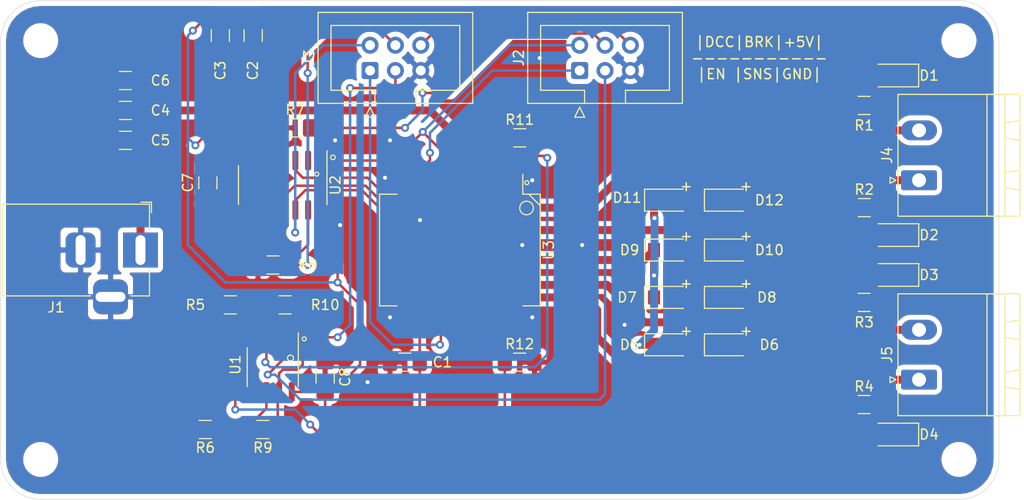
<source format=kicad_pcb>
(kicad_pcb (version 20171130) (host pcbnew 5.1.6-c6e7f7d~86~ubuntu20.04.1)
  (layers (0 F.Cu signal) (31 B.Cu signal) (34 B.Paste user) (35 F.Paste user) (36 B.SilkS user) (37 F.SilkS user) (38 B.Mask user) (39 F.Mask user) (44 Edge.Cuts user))
  (net 0 "")
  (net 1 GND)
  (net 2 +5V)
  (net 3 /BoosModule/V_DCC)
  (net 4 "Net-(D1-Pad2)")
  (net 5 "Net-(D2-Pad2)")
  (net 6 "Net-(D3-Pad2)")
  (net 7 "Net-(D4-Pad2)")
  (net 8 /BoosModule/Brake_A)
  (net 9 /BoosModule/DCC_A)
  (net 10 /BoosModule/Sns_A)
  (net 11 /BoosModule/en_A)
  (net 12 /BoosModule/Brake_B)
  (net 13 /BoosModule/DCC_B)
  (net 14 /BoosModule/Sns_B)
  (net 15 /BoosModule/en_B)
  (net 16 /BoosModule/Out_A_J)
  (net 17 /BoosModule/Out_A_K)
  (net 18 /BoosModule/Out_B_K)
  (net 19 /BoosModule/Out_B_J)
  (net 20 "Net-(R10-Pad2)")
  (net 21 "Net-(R6-Pad1)")
  (net 22 /BoosModule/snsA)
  (net 23 /BoosModule/snsB)
  (net 24 /BoosModule/dirB#)
  (net 25 "Net-(U2-Pad10)")
  (net 26 "Net-(U2-Pad4)")
  (net 27 /BoosModule/dirA#)
  (net 28 "Net-(U3-Pad18)")
  (net 29 "Net-(U3-Pad3)")
  (module Resistor_SMD:R_1206_3216Metric_Pad1.42x1.75mm_HandSolder (layer F.Cu) (at 129.5 62.75)
    (fp_text reference R7 (at 0 -1.82) (layer F.SilkS))
    (fp_text value 10K)
    (pad 2 smd roundrect (at 1.4875 0) (size 1.425 1.75) (layers F.Cu F.Paste F.Mask) (roundrect_rratio 0.175439) (net 8 /BoosModule/Brake_A))
    (pad 1 smd roundrect (at -1.4875 0) (size 1.425 1.75) (layers F.Cu F.Paste F.Mask) (roundrect_rratio 0.175439) (net 1 GND))
  )
  (module Capacitor_SMD:C_1206_3216Metric_Pad1.42x1.75mm_HandSolder (layer F.Cu) (at 132.5 87.7375 90)
    (fp_text reference C8 (at 0 2 90) (layer F.SilkS))
    (fp_text value 100nF)
    (pad 2 smd roundrect (at 1.4875 0 90) (size 1.425 1.75) (layers F.Cu F.Paste F.Mask) (roundrect_rratio 0.175439) (net 1 GND))
    (pad 1 smd roundrect (at -1.4875 0 90) (size 1.425 1.75) (layers F.Cu F.Paste F.Mask) (roundrect_rratio 0.175439) (net 2 +5V))
  )
  (module MountingHole:MountingHole_2.5mm (layer F.Cu) (at 196 96)
    (fp_text reference H4 hide)
    (fp_text value MountingHole)
    (pad 1 np_thru_hole circle (at 0 0) (size 2.5 2.5) (drill 2.5) (layers *.Cu *.Mask))
  )
  (module MountingHole:MountingHole_2.5mm (layer F.Cu) (at 196 54)
    (fp_text reference H3 hide)
    (fp_text value MountingHole)
    (pad 1 np_thru_hole circle (at 0 0) (size 2.5 2.5) (drill 2.5) (layers *.Cu *.Mask))
  )
  (module MountingHole:MountingHole_2.5mm (layer F.Cu) (at 104 54)
    (fp_text reference H2 hide)
    (fp_text value MountingHole)
    (pad 1 np_thru_hole circle (at 0 0) (size 2.5 2.5) (drill 2.5) (layers *.Cu *.Mask))
  )
  (module MountingHole:MountingHole_2.5mm (layer F.Cu) (at 104 96)
    (fp_text reference H1 hide)
    (fp_text value MountingHole)
    (pad 1 np_thru_hole circle (at 0 0) (size 2.5 2.5) (drill 2.5) (layers *.Cu *.Mask))
  )
  (module ArduinoDCC++:HSOP-20-1EP_11.0x15.9mm_P1.27mm_SlugUp (layer F.Cu) (at 146 75 270)
    (fp_text reference U3 (at 0 -8.9 90) (layer F.SilkS))
    (fp_text value L298P)
    (pad 20 smd rect (at 6.85 -5.715 270) (size 1.7 0.7) (layers F.Cu F.Paste F.Mask) (net 1 GND))
    (pad 19 smd rect (at 6.85 -4.445 270) (size 1.7 0.7) (layers F.Cu F.Paste F.Mask) (net 23 /BoosModule/snsB))
    (pad 18 smd rect (at 6.85 -3.175 270) (size 1.7 0.7) (layers F.Cu F.Paste F.Mask) (net 28 "Net-(U3-Pad18)"))
    (pad 17 smd rect (at 6.85 -1.905 270) (size 1.7 0.7) (layers F.Cu F.Paste F.Mask) (net 18 /BoosModule/Out_B_K))
    (pad 16 smd rect (at 6.85 -0.635 270) (size 1.7 0.7) (layers F.Cu F.Paste F.Mask) (net 19 /BoosModule/Out_B_J))
    (pad 15 smd rect (at 6.85 0.635 270) (size 1.7 0.7) (layers F.Cu F.Paste F.Mask) (net 24 /BoosModule/dirB#))
    (pad 14 smd rect (at 6.85 1.905 270) (size 1.7 0.7) (layers F.Cu F.Paste F.Mask) (net 15 /BoosModule/en_B))
    (pad 13 smd rect (at 6.85 3.175 270) (size 1.7 0.7) (layers F.Cu F.Paste F.Mask) (net 13 /BoosModule/DCC_B))
    (pad 12 smd rect (at 6.85 4.445 270) (size 1.7 0.7) (layers F.Cu F.Paste F.Mask) (net 2 +5V))
    (pad 11 smd rect (at 6.85 5.715 270) (size 1.7 0.7) (layers F.Cu F.Paste F.Mask) (net 1 GND))
    (pad 10 smd rect (at -6.85 5.715 270) (size 1.7 0.7) (layers F.Cu F.Paste F.Mask) (net 1 GND))
    (pad 9 smd rect (at -6.85 4.445 270) (size 1.7 0.7) (layers F.Cu F.Paste F.Mask) (net 27 /BoosModule/dirA#))
    (pad 8 smd rect (at -6.85 3.175 270) (size 1.7 0.7) (layers F.Cu F.Paste F.Mask) (net 11 /BoosModule/en_A))
    (pad 7 smd rect (at -6.85 1.905 270) (size 1.7 0.7) (layers F.Cu F.Paste F.Mask) (net 9 /BoosModule/DCC_A))
    (pad 6 smd rect (at -6.85 0.635 270) (size 1.7 0.7) (layers F.Cu F.Paste F.Mask) (net 3 /BoosModule/V_DCC))
    (pad 5 smd rect (at -6.85 -0.635 270) (size 1.7 0.7) (layers F.Cu F.Paste F.Mask) (net 17 /BoosModule/Out_A_K))
    (pad 4 smd rect (at -6.85 -1.905 270) (size 1.7 0.7) (layers F.Cu F.Paste F.Mask) (net 16 /BoosModule/Out_A_J))
    (pad 3 smd rect (at -6.85 -3.175 270) (size 1.7 0.7) (layers F.Cu F.Paste F.Mask) (net 29 "Net-(U3-Pad3)"))
    (pad 2 smd rect (at -6.85 -4.445 270) (size 1.7 0.7) (layers F.Cu F.Paste F.Mask) (net 22 /BoosModule/snsA))
    (pad 1 smd rect (at -6.85 -5.715 270) (size 1.7 0.7) (layers F.Cu F.Paste F.Mask) (net 1 GND))
  )
  (module ArduinoDCC++:SOIC-14_3.9x8.7mm_P1.27mm (layer F.Cu) (at 128.25 68.5 270)
    (fp_text reference U2 (at 0 -5.28 90) (layer F.SilkS))
    (fp_text value 4077)
    (pad 14 smd roundrect (at 2.475 -3.81 270) (size 1.95 0.6) (layers F.Cu F.Paste F.Mask) (net 2 +5V))
    (pad 13 smd roundrect (at 2.475 -2.54 270) (size 1.95 0.6) (layers F.Cu F.Paste F.Mask) (net 12 /BoosModule/Brake_B))
    (pad 12 smd roundrect (at 2.475 -1.27 270) (size 1.95 0.6) (layers F.Cu F.Paste F.Mask) (net 13 /BoosModule/DCC_B))
    (pad 11 smd roundrect (at 2.475 0 270) (size 1.95 0.6) (layers F.Cu F.Paste F.Mask) (net 24 /BoosModule/dirB#))
    (pad 10 smd roundrect (at 2.475 1.27 270) (size 1.95 0.6) (layers F.Cu F.Paste F.Mask) (net 25 "Net-(U2-Pad10)"))
    (pad 9 smd roundrect (at 2.475 2.54 270) (size 1.95 0.6) (layers F.Cu F.Paste F.Mask) (net 1 GND))
    (pad 8 smd roundrect (at 2.475 3.81 270) (size 1.95 0.6) (layers F.Cu F.Paste F.Mask) (net 1 GND))
    (pad 7 smd roundrect (at -2.475 3.81 270) (size 1.95 0.6) (layers F.Cu F.Paste F.Mask) (net 1 GND))
    (pad 6 smd roundrect (at -2.475 2.54 270) (size 1.95 0.6) (layers F.Cu F.Paste F.Mask) (net 2 +5V))
    (pad 5 smd roundrect (at -2.475 1.27 270) (size 1.95 0.6) (layers F.Cu F.Paste F.Mask) (net 2 +5V))
    (pad 4 smd roundrect (at -2.475 0 270) (size 1.95 0.6) (layers F.Cu F.Paste F.Mask) (net 26 "Net-(U2-Pad4)"))
    (pad 3 smd roundrect (at -2.475 -1.27 270) (size 1.95 0.6) (layers F.Cu F.Paste F.Mask) (net 27 /BoosModule/dirA#))
    (pad 2 smd roundrect (at -2.475 -2.54 270) (size 1.95 0.6) (layers F.Cu F.Paste F.Mask) (net 8 /BoosModule/Brake_A))
    (pad 1 smd roundrect (at -2.475 -3.81 270) (size 1.95 0.6) (layers F.Cu F.Paste F.Mask) (net 9 /BoosModule/DCC_A))
  )
  (module ArduinoDCC++:SOIC-8_3.9x4.9mm_P1.27mm (layer F.Cu) (at 127.25 86.75 270)
    (fp_text reference U1 (at -0.25 3.75 90) (layer F.SilkS))
    (fp_text value LMV358)
    (pad 8 smd roundrect (at 2.475 -1.905 270) (size 1.95 0.6) (layers F.Cu F.Paste F.Mask) (net 2 +5V))
    (pad 7 smd roundrect (at 2.475 -0.635 270) (size 1.95 0.6) (layers F.Cu F.Paste F.Mask) (net 14 /BoosModule/Sns_B))
    (pad 6 smd roundrect (at 2.475 0.635 270) (size 1.95 0.6) (layers F.Cu F.Paste F.Mask) (net 21 "Net-(R6-Pad1)"))
    (pad 5 smd roundrect (at 2.475 1.905 270) (size 1.95 0.6) (layers F.Cu F.Paste F.Mask) (net 23 /BoosModule/snsB))
    (pad 4 smd roundrect (at -2.475 1.905 270) (size 1.95 0.6) (layers F.Cu F.Paste F.Mask) (net 1 GND))
    (pad 3 smd roundrect (at -2.475 0.635 270) (size 1.95 0.6) (layers F.Cu F.Paste F.Mask) (net 22 /BoosModule/snsA))
    (pad 2 smd roundrect (at -2.475 -0.635 270) (size 1.95 0.6) (layers F.Cu F.Paste F.Mask) (net 20 "Net-(R10-Pad2)"))
    (pad 1 smd roundrect (at -2.475 -1.905 270) (size 1.95 0.6) (layers F.Cu F.Paste F.Mask) (net 10 /BoosModule/Sns_A))
  )
  (module ArduinoDCC++:D_Sub_SMA (layer F.Cu) (at 173 70)
    (fp_text reference D12 (at 4 0) (layer F.SilkS))
    (fp_text value ss14)
    (fp_text user + (at 1.6764 -1.4224) (layer F.SilkS))
    (pad 2 smd rect (at 1.55 0) (size 1.2 1.4) (layers F.Cu F.Paste F.Mask) (net 1 GND))
    (pad 1 smd rect (at -1.55 0) (size 1.2 1.4) (layers F.Cu F.Paste F.Mask) (net 16 /BoosModule/Out_A_J))
  )
  (module ArduinoDCC++:D_Sub_SMA (layer F.Cu) (at 167 70)
    (fp_text reference D11 (at -4.25 -0.25) (layer F.SilkS))
    (fp_text value ss14)
    (fp_text user + (at 1.6764 -1.4224) (layer F.SilkS))
    (pad 2 smd rect (at 1.55 0) (size 1.2 1.4) (layers F.Cu F.Paste F.Mask) (net 16 /BoosModule/Out_A_J))
    (pad 1 smd rect (at -1.55 0) (size 1.2 1.4) (layers F.Cu F.Paste F.Mask) (net 3 /BoosModule/V_DCC))
  )
  (module ArduinoDCC++:D_Sub_SMA (layer F.Cu) (at 173 75)
    (fp_text reference D10 (at 4 0) (layer F.SilkS))
    (fp_text value ss14)
    (fp_text user + (at 1.6764 -1.4224) (layer F.SilkS))
    (pad 2 smd rect (at 1.55 0) (size 1.2 1.4) (layers F.Cu F.Paste F.Mask) (net 1 GND))
    (pad 1 smd rect (at -1.55 0) (size 1.2 1.4) (layers F.Cu F.Paste F.Mask) (net 17 /BoosModule/Out_A_K))
  )
  (module ArduinoDCC++:D_Sub_SMA (layer F.Cu) (at 167 75)
    (fp_text reference D9 (at -4 0) (layer F.SilkS))
    (fp_text value ss14)
    (fp_text user + (at 1.6764 -1.4224) (layer F.SilkS))
    (pad 2 smd rect (at 1.55 0) (size 1.2 1.4) (layers F.Cu F.Paste F.Mask) (net 17 /BoosModule/Out_A_K))
    (pad 1 smd rect (at -1.55 0) (size 1.2 1.4) (layers F.Cu F.Paste F.Mask) (net 3 /BoosModule/V_DCC))
  )
  (module ArduinoDCC++:D_Sub_SMA (layer F.Cu) (at 173 79.75)
    (fp_text reference D8 (at 3.75 0) (layer F.SilkS))
    (fp_text value ss14)
    (fp_text user + (at 1.6764 -1.4224) (layer F.SilkS))
    (pad 2 smd rect (at 1.55 0) (size 1.2 1.4) (layers F.Cu F.Paste F.Mask) (net 1 GND))
    (pad 1 smd rect (at -1.55 0) (size 1.2 1.4) (layers F.Cu F.Paste F.Mask) (net 19 /BoosModule/Out_B_J))
  )
  (module ArduinoDCC++:D_Sub_SMA (layer F.Cu) (at 167 79.75)
    (fp_text reference D7 (at -4.25 0) (layer F.SilkS))
    (fp_text value ss14)
    (fp_text user + (at 1.6764 -1.4224) (layer F.SilkS))
    (pad 2 smd rect (at 1.55 0) (size 1.2 1.4) (layers F.Cu F.Paste F.Mask) (net 19 /BoosModule/Out_B_J))
    (pad 1 smd rect (at -1.55 0) (size 1.2 1.4) (layers F.Cu F.Paste F.Mask) (net 3 /BoosModule/V_DCC))
  )
  (module ArduinoDCC++:D_Sub_SMA (layer F.Cu) (at 173 84.5)
    (fp_text reference D6 (at 4 0) (layer F.SilkS))
    (fp_text value ss14)
    (fp_text user + (at 1.6764 -1.4224) (layer F.SilkS))
    (pad 2 smd rect (at 1.55 0) (size 1.2 1.4) (layers F.Cu F.Paste F.Mask) (net 1 GND))
    (pad 1 smd rect (at -1.55 0) (size 1.2 1.4) (layers F.Cu F.Paste F.Mask) (net 18 /BoosModule/Out_B_K))
  )
  (module ArduinoDCC++:D_Sub_SMA (layer F.Cu) (at 167 84.5)
    (fp_text reference D5 (at -4 0) (layer F.SilkS))
    (fp_text value ss14)
    (fp_text user + (at 1.6764 -1.4224) (layer F.SilkS))
    (pad 2 smd rect (at 1.55 0) (size 1.2 1.4) (layers F.Cu F.Paste F.Mask) (net 18 /BoosModule/Out_B_K))
    (pad 1 smd rect (at -1.55 0) (size 1.2 1.4) (layers F.Cu F.Paste F.Mask) (net 3 /BoosModule/V_DCC))
  )
  (module Resistor_SMD:R_1206_3216Metric_Pad1.42x1.75mm_HandSolder (layer F.Cu) (at 151.9875 86.25)
    (fp_text reference R12 (at 0 -1.82) (layer F.SilkS))
    (fp_text value 0R15)
    (pad 2 smd roundrect (at 1.4875 0) (size 1.425 1.75) (layers F.Cu F.Paste F.Mask) (roundrect_rratio 0.175439) (net 1 GND))
    (pad 1 smd roundrect (at -1.4875 0) (size 1.425 1.75) (layers F.Cu F.Paste F.Mask) (roundrect_rratio 0.175439) (net 23 /BoosModule/snsB))
  )
  (module Resistor_SMD:R_1206_3216Metric_Pad1.42x1.75mm_HandSolder (layer F.Cu) (at 152 63.75)
    (fp_text reference R11 (at 0 -1.82) (layer F.SilkS))
    (fp_text value 0R15)
    (pad 2 smd roundrect (at 1.4875 0) (size 1.425 1.75) (layers F.Cu F.Paste F.Mask) (roundrect_rratio 0.175439) (net 1 GND))
    (pad 1 smd roundrect (at -1.4875 0) (size 1.425 1.75) (layers F.Cu F.Paste F.Mask) (roundrect_rratio 0.175439) (net 22 /BoosModule/snsA))
  )
  (module Resistor_SMD:R_1206_3216Metric_Pad1.42x1.75mm_HandSolder (layer F.Cu) (at 128.4875 80.5 180)
    (fp_text reference R10 (at -4.0125 0) (layer F.SilkS))
    (fp_text value 10K)
    (pad 2 smd roundrect (at 1.4875 0 180) (size 1.425 1.75) (layers F.Cu F.Paste F.Mask) (roundrect_rratio 0.175439) (net 20 "Net-(R10-Pad2)"))
    (pad 1 smd roundrect (at -1.4875 0 180) (size 1.425 1.75) (layers F.Cu F.Paste F.Mask) (roundrect_rratio 0.175439) (net 10 /BoosModule/Sns_A))
  )
  (module Resistor_SMD:R_1206_3216Metric_Pad1.42x1.75mm_HandSolder (layer F.Cu) (at 126.2625 93 180)
    (fp_text reference R9 (at 0 -1.82) (layer F.SilkS))
    (fp_text value 10K)
    (pad 2 smd roundrect (at 1.4875 0 180) (size 1.425 1.75) (layers F.Cu F.Paste F.Mask) (roundrect_rratio 0.175439) (net 21 "Net-(R6-Pad1)"))
    (pad 1 smd roundrect (at -1.4875 0 180) (size 1.425 1.75) (layers F.Cu F.Paste F.Mask) (roundrect_rratio 0.175439) (net 14 /BoosModule/Sns_B))
  )
  (module Resistor_SMD:R_1206_3216Metric_Pad1.42x1.75mm_HandSolder (layer F.Cu) (at 127.2625 76.5)
    (fp_text reference R8 (at 3.4875 0) (layer F.SilkS))
    (fp_text value 10K)
    (pad 2 smd roundrect (at 1.4875 0) (size 1.425 1.75) (layers F.Cu F.Paste F.Mask) (roundrect_rratio 0.175439) (net 12 /BoosModule/Brake_B))
    (pad 1 smd roundrect (at -1.4875 0) (size 1.425 1.75) (layers F.Cu F.Paste F.Mask) (roundrect_rratio 0.175439) (net 1 GND))
  )
  (module Resistor_SMD:R_1206_3216Metric_Pad1.42x1.75mm_HandSolder (layer F.Cu) (at 120.4875 93 180)
    (fp_text reference R6 (at 0 -1.82) (layer F.SilkS))
    (fp_text value 1K)
    (pad 2 smd roundrect (at 1.4875 0 180) (size 1.425 1.75) (layers F.Cu F.Paste F.Mask) (roundrect_rratio 0.175439) (net 1 GND))
    (pad 1 smd roundrect (at -1.4875 0 180) (size 1.425 1.75) (layers F.Cu F.Paste F.Mask) (roundrect_rratio 0.175439) (net 21 "Net-(R6-Pad1)"))
  )
  (module Resistor_SMD:R_1206_3216Metric_Pad1.42x1.75mm_HandSolder (layer F.Cu) (at 123 80.5 180)
    (fp_text reference R5 (at 3.5 0) (layer F.SilkS))
    (fp_text value 1K)
    (pad 2 smd roundrect (at 1.4875 0 180) (size 1.425 1.75) (layers F.Cu F.Paste F.Mask) (roundrect_rratio 0.175439) (net 1 GND))
    (pad 1 smd roundrect (at -1.4875 0 180) (size 1.425 1.75) (layers F.Cu F.Paste F.Mask) (roundrect_rratio 0.175439) (net 20 "Net-(R10-Pad2)"))
  )
  (module Resistor_SMD:R_1206_3216Metric_Pad1.42x1.75mm_HandSolder (layer F.Cu) (at 186.5 90.5)
    (fp_text reference R4 (at 0 -1.82) (layer F.SilkS))
    (fp_text value 10K)
    (pad 2 smd roundrect (at 1.4875 0) (size 1.425 1.75) (layers F.Cu F.Paste F.Mask) (roundrect_rratio 0.175439) (net 7 "Net-(D4-Pad2)"))
    (pad 1 smd roundrect (at -1.4875 0) (size 1.425 1.75) (layers F.Cu F.Paste F.Mask) (roundrect_rratio 0.175439) (net 18 /BoosModule/Out_B_K))
  )
  (module Resistor_SMD:R_1206_3216Metric_Pad1.42x1.75mm_HandSolder (layer F.Cu) (at 186.5 80.25)
    (fp_text reference R3 (at 0 2) (layer F.SilkS))
    (fp_text value 10K)
    (pad 2 smd roundrect (at 1.4875 0) (size 1.425 1.75) (layers F.Cu F.Paste F.Mask) (roundrect_rratio 0.175439) (net 6 "Net-(D3-Pad2)"))
    (pad 1 smd roundrect (at -1.4875 0) (size 1.425 1.75) (layers F.Cu F.Paste F.Mask) (roundrect_rratio 0.175439) (net 19 /BoosModule/Out_B_J))
  )
  (module Resistor_SMD:R_1206_3216Metric_Pad1.42x1.75mm_HandSolder (layer F.Cu) (at 186.5125 70.75)
    (fp_text reference R2 (at 0 -1.82) (layer F.SilkS))
    (fp_text value 10K)
    (pad 2 smd roundrect (at 1.4875 0) (size 1.425 1.75) (layers F.Cu F.Paste F.Mask) (roundrect_rratio 0.175439) (net 5 "Net-(D2-Pad2)"))
    (pad 1 smd roundrect (at -1.4875 0) (size 1.425 1.75) (layers F.Cu F.Paste F.Mask) (roundrect_rratio 0.175439) (net 17 /BoosModule/Out_A_K))
  )
  (module Resistor_SMD:R_1206_3216Metric_Pad1.42x1.75mm_HandSolder (layer F.Cu) (at 186.5 60.5)
    (fp_text reference R1 (at 0 2) (layer F.SilkS))
    (fp_text value 10K)
    (pad 2 smd roundrect (at 1.4875 0) (size 1.425 1.75) (layers F.Cu F.Paste F.Mask) (roundrect_rratio 0.175439) (net 4 "Net-(D1-Pad2)"))
    (pad 1 smd roundrect (at -1.4875 0) (size 1.425 1.75) (layers F.Cu F.Paste F.Mask) (roundrect_rratio 0.175439) (net 16 /BoosModule/Out_A_J))
  )
  (module Connector_Phoenix_MSTB:PhoenixContact_MSTBA_2,5_2-G_1x02_P5.00mm_Horizontal (layer F.Cu) (at 192 88 90)
    (fp_text reference J5 (at 2.5 -3.2 90) (layer F.SilkS))
    (fp_text value Screw_Terminal_01x02)
    (pad 2 thru_hole oval (at 5 0 90) (size 2 3.6) (drill 1.4) (layers *.Cu *.Mask) (net 19 /BoosModule/Out_B_J))
    (pad 1 thru_hole roundrect (at 0 0 90) (size 2 3.6) (drill 1.4) (layers *.Cu *.Mask) (roundrect_rratio 0.125) (net 18 /BoosModule/Out_B_K))
  )
  (module Connector_Phoenix_MSTB:PhoenixContact_MSTBA_2,5_2-G_1x02_P5.00mm_Horizontal (layer F.Cu) (at 192 68 90)
    (fp_text reference J4 (at 2.5 -3.2 90) (layer F.SilkS))
    (fp_text value Screw_Terminal_01x02)
    (pad 2 thru_hole oval (at 5 0 90) (size 2 3.6) (drill 1.4) (layers *.Cu *.Mask) (net 16 /BoosModule/Out_A_J))
    (pad 1 thru_hole roundrect (at 0 0 90) (size 2 3.6) (drill 1.4) (layers *.Cu *.Mask) (roundrect_rratio 0.125) (net 17 /BoosModule/Out_A_K))
  )
  (module Connector_IDC:IDC-Header_2x03_P2.54mm_Vertical (layer F.Cu) (at 137 57 90)
    (fp_text reference J3 (at 1.27 -6.1 90) (layer F.SilkS))
    (fp_text value Conn_02x03_Odd_Even)
    (pad 6 thru_hole circle (at 2.54 5.08 90) (size 1.7 1.7) (drill 1) (layers *.Cu *.Mask) (net 2 +5V))
    (pad 4 thru_hole circle (at 2.54 2.54 90) (size 1.7 1.7) (drill 1) (layers *.Cu *.Mask) (net 12 /BoosModule/Brake_B))
    (pad 2 thru_hole circle (at 2.54 0 90) (size 1.7 1.7) (drill 1) (layers *.Cu *.Mask) (net 13 /BoosModule/DCC_B))
    (pad 5 thru_hole circle (at 0 5.08 90) (size 1.7 1.7) (drill 1) (layers *.Cu *.Mask) (net 1 GND))
    (pad 3 thru_hole circle (at 0 2.54 90) (size 1.7 1.7) (drill 1) (layers *.Cu *.Mask) (net 14 /BoosModule/Sns_B))
    (pad 1 thru_hole roundrect (at 0 0 90) (size 1.7 1.7) (drill 1) (layers *.Cu *.Mask) (roundrect_rratio 0.147059) (net 15 /BoosModule/en_B))
  )
  (module Connector_IDC:IDC-Header_2x03_P2.54mm_Vertical (layer F.Cu) (at 158 57 90)
    (fp_text reference J2 (at 1.27 -6.1 90) (layer F.SilkS))
    (fp_text value Conn_02x03_Odd_Even)
    (pad 6 thru_hole circle (at 2.54 5.08 90) (size 1.7 1.7) (drill 1) (layers *.Cu *.Mask) (net 2 +5V))
    (pad 4 thru_hole circle (at 2.54 2.54 90) (size 1.7 1.7) (drill 1) (layers *.Cu *.Mask) (net 8 /BoosModule/Brake_A))
    (pad 2 thru_hole circle (at 2.54 0 90) (size 1.7 1.7) (drill 1) (layers *.Cu *.Mask) (net 9 /BoosModule/DCC_A))
    (pad 5 thru_hole circle (at 0 5.08 90) (size 1.7 1.7) (drill 1) (layers *.Cu *.Mask) (net 1 GND))
    (pad 3 thru_hole circle (at 0 2.54 90) (size 1.7 1.7) (drill 1) (layers *.Cu *.Mask) (net 10 /BoosModule/Sns_A))
    (pad 1 thru_hole roundrect (at 0 0 90) (size 1.7 1.7) (drill 1) (layers *.Cu *.Mask) (roundrect_rratio 0.147059) (net 11 /BoosModule/en_A))
  )
  (module Connector_BarrelJack:BarrelJack_Horizontal (layer F.Cu) (at 114 75)
    (fp_text reference J1 (at -8.45 5.75) (layer F.SilkS))
    (fp_text value Barrel_Jack_Switch)
    (pad 3 thru_hole roundrect (at -3 4.7) (size 3.5 3.5) (drill oval 3 1) (layers *.Cu *.Mask) (net 1 GND))
    (pad 2 thru_hole roundrect (at -6 0) (size 3 3.5) (drill oval 1 3) (layers *.Cu *.Mask) (net 1 GND))
    (pad 1 thru_hole rect (at 0 0) (size 3.5 3.5) (drill oval 1 3) (layers *.Cu *.Mask) (net 3 /BoosModule/V_DCC))
  )
  (module LED_SMD:LED_1206_3216Metric_Pad1.42x1.75mm_HandSolder (layer F.Cu) (at 189.5 93.5 180)
    (fp_text reference D4 (at -3.5 0) (layer F.SilkS))
    (fp_text value LED_YELLOW)
    (pad 2 smd roundrect (at 1.4875 0 180) (size 1.425 1.75) (layers F.Cu F.Paste F.Mask) (roundrect_rratio 0.175439) (net 7 "Net-(D4-Pad2)"))
    (pad 1 smd roundrect (at -1.4875 0 180) (size 1.425 1.75) (layers F.Cu F.Paste F.Mask) (roundrect_rratio 0.175439) (net 1 GND))
  )
  (module LED_SMD:LED_1206_3216Metric_Pad1.42x1.75mm_HandSolder (layer F.Cu) (at 189.5125 77.5 180)
    (fp_text reference D3 (at -3.4875 0) (layer F.SilkS))
    (fp_text value LED_YELLOW)
    (pad 2 smd roundrect (at 1.4875 0 180) (size 1.425 1.75) (layers F.Cu F.Paste F.Mask) (roundrect_rratio 0.175439) (net 6 "Net-(D3-Pad2)"))
    (pad 1 smd roundrect (at -1.4875 0 180) (size 1.425 1.75) (layers F.Cu F.Paste F.Mask) (roundrect_rratio 0.175439) (net 1 GND))
  )
  (module LED_SMD:LED_1206_3216Metric_Pad1.42x1.75mm_HandSolder (layer F.Cu) (at 189.5125 73.5 180)
    (fp_text reference D2 (at -3.4875 0) (layer F.SilkS))
    (fp_text value LED_YELLOW)
    (pad 2 smd roundrect (at 1.4875 0 180) (size 1.425 1.75) (layers F.Cu F.Paste F.Mask) (roundrect_rratio 0.175439) (net 5 "Net-(D2-Pad2)"))
    (pad 1 smd roundrect (at -1.4875 0 180) (size 1.425 1.75) (layers F.Cu F.Paste F.Mask) (roundrect_rratio 0.175439) (net 1 GND))
  )
  (module LED_SMD:LED_1206_3216Metric_Pad1.42x1.75mm_HandSolder (layer F.Cu) (at 189.5 57.5 180)
    (fp_text reference D1 (at -3.5 0) (layer F.SilkS))
    (fp_text value LED_YELLOW)
    (pad 2 smd roundrect (at 1.4875 0 180) (size 1.425 1.75) (layers F.Cu F.Paste F.Mask) (roundrect_rratio 0.175439) (net 4 "Net-(D1-Pad2)"))
    (pad 1 smd roundrect (at -1.4875 0 180) (size 1.425 1.75) (layers F.Cu F.Paste F.Mask) (roundrect_rratio 0.175439) (net 1 GND))
  )
  (module Capacitor_SMD:C_1206_3216Metric_Pad1.42x1.75mm_HandSolder (layer F.Cu) (at 120.75 68.2625 270)
    (fp_text reference C7 (at -0.0125 2 90) (layer F.SilkS))
    (fp_text value 100nF)
    (pad 2 smd roundrect (at 1.4875 0 270) (size 1.425 1.75) (layers F.Cu F.Paste F.Mask) (roundrect_rratio 0.175439) (net 1 GND))
    (pad 1 smd roundrect (at -1.4875 0 270) (size 1.425 1.75) (layers F.Cu F.Paste F.Mask) (roundrect_rratio 0.175439) (net 2 +5V))
  )
  (module Capacitor_SMD:C_1206_3216Metric_Pad1.42x1.75mm_HandSolder (layer F.Cu) (at 112.4875 58)
    (fp_text reference C6 (at 3.5125 0) (layer F.SilkS))
    (fp_text value "10uF 35V")
    (pad 2 smd roundrect (at 1.4875 0) (size 1.425 1.75) (layers F.Cu F.Paste F.Mask) (roundrect_rratio 0.175439) (net 3 /BoosModule/V_DCC))
    (pad 1 smd roundrect (at -1.4875 0) (size 1.425 1.75) (layers F.Cu F.Paste F.Mask) (roundrect_rratio 0.175439) (net 1 GND))
  )
  (module Capacitor_SMD:C_1206_3216Metric_Pad1.42x1.75mm_HandSolder (layer F.Cu) (at 112.4875 64)
    (fp_text reference C5 (at 3.5125 0) (layer F.SilkS))
    (fp_text value "10uF 35V")
    (pad 2 smd roundrect (at 1.4875 0) (size 1.425 1.75) (layers F.Cu F.Paste F.Mask) (roundrect_rratio 0.175439) (net 3 /BoosModule/V_DCC))
    (pad 1 smd roundrect (at -1.4875 0) (size 1.425 1.75) (layers F.Cu F.Paste F.Mask) (roundrect_rratio 0.175439) (net 1 GND))
  )
  (module Capacitor_SMD:C_1206_3216Metric_Pad1.42x1.75mm_HandSolder (layer F.Cu) (at 112.4875 61)
    (fp_text reference C4 (at 3.5125 0) (layer F.SilkS))
    (fp_text value "10uF 35V")
    (pad 2 smd roundrect (at 1.4875 0) (size 1.425 1.75) (layers F.Cu F.Paste F.Mask) (roundrect_rratio 0.175439) (net 3 /BoosModule/V_DCC))
    (pad 1 smd roundrect (at -1.4875 0) (size 1.425 1.75) (layers F.Cu F.Paste F.Mask) (roundrect_rratio 0.175439) (net 1 GND))
  )
  (module Capacitor_SMD:C_1206_3216Metric_Pad1.42x1.75mm_HandSolder (layer F.Cu) (at 122 53.4875 90)
    (fp_text reference C3 (at -3.5125 0 90) (layer F.SilkS))
    (fp_text value 100nF)
    (pad 2 smd roundrect (at 1.4875 0 90) (size 1.425 1.75) (layers F.Cu F.Paste F.Mask) (roundrect_rratio 0.175439) (net 2 +5V))
    (pad 1 smd roundrect (at -1.4875 0 90) (size 1.425 1.75) (layers F.Cu F.Paste F.Mask) (roundrect_rratio 0.175439) (net 1 GND))
  )
  (module Capacitor_SMD:C_1206_3216Metric_Pad1.42x1.75mm_HandSolder (layer F.Cu) (at 125.29 53.4875 90)
    (fp_text reference C2 (at -3.5125 -0.04 90) (layer F.SilkS))
    (fp_text value "10uF 35V")
    (pad 2 smd roundrect (at 1.4875 0 90) (size 1.425 1.75) (layers F.Cu F.Paste F.Mask) (roundrect_rratio 0.175439) (net 2 +5V))
    (pad 1 smd roundrect (at -1.4875 0 90) (size 1.425 1.75) (layers F.Cu F.Paste F.Mask) (roundrect_rratio 0.175439) (net 1 GND))
  )
  (module Capacitor_SMD:C_1206_3216Metric_Pad1.42x1.75mm_HandSolder (layer F.Cu) (at 140.4875 86.25 180)
    (fp_text reference C1 (at -3.7625 0) (layer F.SilkS))
    (fp_text value 100nF)
    (pad 2 smd roundrect (at 1.4875 0 180) (size 1.425 1.75) (layers F.Cu F.Paste F.Mask) (roundrect_rratio 0.175439) (net 1 GND))
    (pad 1 smd roundrect (at -1.4875 0 180) (size 1.425 1.75) (layers F.Cu F.Paste F.Mask) (roundrect_rratio 0.175439) (net 2 +5V))
  )
  (gr_text "|DCC|BRK|+5V|\n-----------\n|EN |SNS|GND|" (at 176 55.75) (layer F.SilkS) (effects (font (size 1 1))))
  (gr_line (start 200 96) (end 200 54) (layer Edge.Cuts) (width 0.05))
  (gr_line (start 104 100) (end 196 100) (layer Edge.Cuts) (width 0.05))
  (gr_line (start 100 54) (end 100 96) (layer Edge.Cuts) (width 0.05))
  (gr_line (start 196 50) (end 104 50) (layer Edge.Cuts) (width 0.05))
  (gr_arc (start 104 54) (end 104 50) (angle -90) (layer Edge.Cuts) (width 0.05))
  (gr_arc (start 104 96) (end 100 96) (angle -90) (layer Edge.Cuts) (width 0.05))
  (gr_arc (start 196 96) (end 196 100) (angle -90) (layer Edge.Cuts) (width 0.05))
  (gr_arc (start 196 54) (end 200 54) (angle -90) (layer Edge.Cuts) (width 0.05))
  (via (at 138.5 67.75) (size 0.8) (drill 0.4) (layers F.Cu B.Cu) (net 1))
  (via (at 134 72.5) (size 0.8) (drill 0.4) (layers F.Cu B.Cu) (net 1))
  (via (at 142 72) (size 0.8) (drill 0.4) (layers F.Cu B.Cu) (net 1))
  (via (at 136.75 88.25) (size 0.8) (drill 0.4) (layers F.Cu B.Cu) (net 1))
  (via (at 139 64) (size 0.8) (drill 0.4) (layers F.Cu B.Cu) (net 1))
  (via (at 133.5 64) (size 0.8) (drill 0.4) (layers F.Cu B.Cu) (net 1))
  (via (at 152.25 74.5) (size 0.8) (drill 0.4) (layers F.Cu B.Cu) (net 1))
  (via (at 158.25 74.5) (size 0.8) (drill 0.4) (layers F.Cu B.Cu) (net 1))
  (via (at 162.5 82.5) (size 0.8) (drill 0.4) (layers F.Cu B.Cu) (net 1))
  (via (at 154 55.75) (size 0.8) (drill 0.4) (layers F.Cu B.Cu) (net 1))
  (via (at 153.25 81.75) (size 0.8) (drill 0.4) (layers F.Cu B.Cu) (net 1))
  (via (at 153.25 68) (size 0.8) (drill 0.4) (layers F.Cu B.Cu) (net 1))
  (via (at 139 81.75) (size 0.8) (drill 0.4) (layers F.Cu B.Cu) (net 1))
  (segment (start 132.5 89.225) (end 129.155 89.225) (width 0.25) (layer F.Cu) (net 2))
  (segment (start 132.5 91) (end 133.75 92.25) (width 0.25) (layer F.Cu) (net 2))
  (segment (start 132.5 89.225) (end 132.5 91) (width 0.25) (layer F.Cu) (net 2))
  (segment (start 140.71 92.25) (end 133.75 92.25) (width 0.25) (layer F.Cu) (net 2))
  (segment (start 120.75 66.775) (end 120.75 64.75) (width 0.25) (layer F.Cu) (net 2))
  (segment (start 120.75 64.75) (end 121.75 63.75) (width 0.25) (layer F.Cu) (net 2))
  (segment (start 121.75 63.75) (end 126.5 63.75) (width 0.25) (layer F.Cu) (net 2))
  (segment (start 126.98 64.23) (end 126.98 66.025) (width 0.25) (layer F.Cu) (net 2))
  (segment (start 126.5 63.75) (end 126.98 64.23) (width 0.25) (layer F.Cu) (net 2))
  (segment (start 141.555 81.85) (end 141.555 83.305) (width 0.25) (layer F.Cu) (net 2))
  (segment (start 141.975 83.725) (end 141.975 86.25) (width 0.25) (layer F.Cu) (net 2))
  (segment (start 141.555 83.305) (end 141.975 83.725) (width 0.25) (layer F.Cu) (net 2))
  (segment (start 163.08 54.46) (end 160.62 52) (width 0.25) (layer F.Cu) (net 2))
  (segment (start 144.54 52) (end 142.08 54.46) (width 0.25) (layer F.Cu) (net 2))
  (segment (start 160.62 52) (end 144.54 52) (width 0.25) (layer F.Cu) (net 2))
  (segment (start 144.54 52) (end 124 52) (width 0.25) (layer F.Cu) (net 2))
  (segment (start 122 52) (end 125.29 52) (width 0.25) (layer F.Cu) (net 2))
  (segment (start 125.71 66.025) (end 126.98 66.025) (width 0.25) (layer F.Cu) (net 2))
  (segment (start 141.975 90.985) (end 140.71 92.25) (width 0.25) (layer F.Cu) (net 2))
  (segment (start 141.975 86.25) (end 141.975 90.985) (width 0.25) (layer F.Cu) (net 2))
  (via (at 119.25 53) (size 0.8) (drill 0.4) (layers F.Cu B.Cu) (net 2))
  (segment (start 120.25 52) (end 119.25 53) (width 0.25) (layer F.Cu) (net 2))
  (segment (start 122 52) (end 120.25 52) (width 0.25) (layer F.Cu) (net 2))
  (segment (start 119.25 53) (end 118.75 53.5) (width 0.25) (layer B.Cu) (net 2))
  (via (at 119.5 64.5) (size 0.8) (drill 0.4) (layers F.Cu B.Cu) (net 2))
  (segment (start 118.75 63.75) (end 119.5 64.5) (width 0.25) (layer B.Cu) (net 2))
  (segment (start 118.75 53.5) (end 118.75 63.75) (width 0.25) (layer B.Cu) (net 2))
  (segment (start 120.25 63.75) (end 121.75 63.75) (width 0.25) (layer F.Cu) (net 2))
  (segment (start 119.5 64.5) (end 120.25 63.75) (width 0.25) (layer F.Cu) (net 2))
  (segment (start 118.75 63.75) (end 118.75 74.5) (width 0.25) (layer B.Cu) (net 2))
  (via (at 133.75 78.25) (size 0.8) (drill 0.4) (layers F.Cu B.Cu) (net 2))
  (segment (start 122.5 78.25) (end 133.75 78.25) (width 0.25) (layer B.Cu) (net 2))
  (segment (start 118.75 74.5) (end 122.5 78.25) (width 0.25) (layer B.Cu) (net 2))
  (segment (start 133.75 78.25) (end 133.75 76.5) (width 0.25) (layer F.Cu) (net 2))
  (segment (start 132.06 74.81) (end 132.06 70.975) (width 0.25) (layer F.Cu) (net 2))
  (segment (start 133.75 76.5) (end 132.06 74.81) (width 0.25) (layer F.Cu) (net 2))
  (segment (start 133.275 89.225) (end 132.5 89.225) (width 0.25) (layer F.Cu) (net 2))
  (segment (start 136 86.5) (end 133.275 89.225) (width 0.25) (layer F.Cu) (net 2))
  (segment (start 136 80.5) (end 136 86.5) (width 0.25) (layer F.Cu) (net 2))
  (segment (start 133.75 78.25) (end 136 80.5) (width 0.25) (layer F.Cu) (net 2))
  (segment (start 145.365 68.15) (end 145.365 73.365) (width 0.8) (layer F.Cu) (net 3))
  (segment (start 145.365 73.365) (end 148 76) (width 0.8) (layer F.Cu) (net 3))
  (segment (start 164.45 76) (end 165.45 75) (width 0.8) (layer F.Cu) (net 3))
  (segment (start 148 76) (end 164.45 76) (width 0.8) (layer F.Cu) (net 3))
  (segment (start 165.45 75) (end 165.45 77.55) (width 0.8) (layer F.Cu) (net 3))
  (segment (start 165.45 77.55) (end 165.45 79.75) (width 0.8) (layer F.Cu) (net 3))
  (via (at 165.45 77.55) (size 0.8) (drill 0.4) (layers F.Cu B.Cu) (net 3))
  (via (at 165.5 71.8) (size 0.8) (drill 0.4) (layers F.Cu B.Cu) (net 3))
  (segment (start 165.45 71.75) (end 165.5 71.8) (width 0.8) (layer F.Cu) (net 3))
  (segment (start 165.45 70) (end 165.45 71.75) (width 0.8) (layer F.Cu) (net 3))
  (segment (start 165.5 77.5) (end 165.45 77.55) (width 0.8) (layer B.Cu) (net 3))
  (segment (start 165.5 71.8) (end 165.5 77.5) (width 0.8) (layer B.Cu) (net 3))
  (via (at 164 84.5) (size 0.8) (drill 0.4) (layers F.Cu B.Cu) (net 3))
  (segment (start 165.45 83.05) (end 164 84.5) (width 0.8) (layer B.Cu) (net 3))
  (segment (start 165.45 77.55) (end 165.45 83.05) (width 0.8) (layer B.Cu) (net 3))
  (segment (start 164 84.5) (end 165.45 84.5) (width 0.8) (layer F.Cu) (net 3))
  (segment (start 114 75) (end 114 67) (width 0.8) (layer F.Cu) (net 3))
  (segment (start 113.975 66.975) (end 114 67) (width 0.8) (layer F.Cu) (net 3))
  (segment (start 113.975 58) (end 113.975 66.975) (width 0.8) (layer F.Cu) (net 3))
  (segment (start 145.365 63.365) (end 145.365 68.15) (width 0.8) (layer F.Cu) (net 3))
  (segment (start 143 61) (end 145.365 63.365) (width 0.8) (layer F.Cu) (net 3))
  (segment (start 113.975 61) (end 143 61) (width 0.8) (layer F.Cu) (net 3))
  (segment (start 188.0125 60.475) (end 187.9875 60.5) (width 0.25) (layer F.Cu) (net 4))
  (segment (start 188.0125 57.5) (end 188.0125 60.475) (width 0.25) (layer F.Cu) (net 4))
  (segment (start 188 73.475) (end 188.025 73.5) (width 0.25) (layer F.Cu) (net 5))
  (segment (start 188 70.75) (end 188 73.475) (width 0.25) (layer F.Cu) (net 5))
  (segment (start 188.025 80.2125) (end 187.9875 80.25) (width 0.25) (layer F.Cu) (net 6))
  (segment (start 188.025 77.5) (end 188.025 80.2125) (width 0.25) (layer F.Cu) (net 6))
  (segment (start 187.9875 93.475) (end 188.0125 93.5) (width 0.25) (layer F.Cu) (net 7))
  (segment (start 187.9875 90.5) (end 187.9875 93.475) (width 0.25) (layer F.Cu) (net 7))
  (segment (start 159.364999 53.284999) (end 151.034999 53.284999) (width 0.25) (layer F.Cu) (net 8))
  (segment (start 160.54 54.46) (end 159.364999 53.284999) (width 0.25) (layer F.Cu) (net 8))
  (via (at 142.25 59.25) (size 0.8) (drill 0.4) (layers F.Cu B.Cu) (net 8))
  (segment (start 145.069998 59.25) (end 142.25 59.25) (width 0.25) (layer F.Cu) (net 8))
  (segment (start 151.034999 53.284999) (end 145.069998 59.25) (width 0.25) (layer F.Cu) (net 8))
  (via (at 140.5 62.75) (size 0.8) (drill 0.4) (layers F.Cu B.Cu) (net 8))
  (segment (start 142.25 61) (end 140.5 62.75) (width 0.25) (layer B.Cu) (net 8))
  (segment (start 142.25 59.25) (end 142.25 61) (width 0.25) (layer B.Cu) (net 8))
  (segment (start 140.5 62.75) (end 130.9875 62.75) (width 0.25) (layer F.Cu) (net 8))
  (segment (start 130.79 62.9475) (end 130.9875 62.75) (width 0.25) (layer F.Cu) (net 8))
  (segment (start 130.79 66.025) (end 130.79 62.9475) (width 0.25) (layer F.Cu) (net 8))
  (via (at 142.280579 63.160145) (size 0.8) (drill 0.4) (layers F.Cu B.Cu) (net 9))
  (segment (start 132.06 66.025) (end 139.415724 66.025) (width 0.25) (layer F.Cu) (net 9))
  (segment (start 139.415724 66.025) (end 142.280579 63.160145) (width 0.25) (layer F.Cu) (net 9))
  (segment (start 144.095 68.15) (end 144.095 64.974566) (width 0.25) (layer F.Cu) (net 9))
  (segment (start 144.095 64.974566) (end 142.280579 63.160145) (width 0.25) (layer F.Cu) (net 9))
  (segment (start 158 54.46) (end 150.980724 54.46) (width 0.25) (layer B.Cu) (net 9))
  (segment (start 150.980724 54.46) (end 142.280579 63.160145) (width 0.25) (layer B.Cu) (net 9))
  (segment (start 129.155 81.32) (end 129.975 80.5) (width 0.25) (layer F.Cu) (net 10))
  (segment (start 129.155 84.275) (end 129.155 81.32) (width 0.25) (layer F.Cu) (net 10))
  (segment (start 160.54 57) (end 160.54 89.46) (width 0.25) (layer B.Cu) (net 10))
  (segment (start 160.54 89.46) (end 160 90) (width 0.25) (layer B.Cu) (net 10))
  (segment (start 160 90) (end 130 90) (width 0.25) (layer B.Cu) (net 10))
  (segment (start 127.5 87.5) (end 126.75 87.5) (width 0.25) (layer B.Cu) (net 10))
  (via (at 126.75 87.5) (size 0.8) (drill 0.4) (layers F.Cu B.Cu) (net 10))
  (segment (start 130 90) (end 127.5 87.5) (width 0.25) (layer B.Cu) (net 10))
  (segment (start 129.155 85.095) (end 129.155 84.275) (width 0.25) (layer F.Cu) (net 10))
  (segment (start 126.75 87.5) (end 129.155 85.095) (width 0.25) (layer F.Cu) (net 10))
  (via (at 143 65.25) (size 0.8) (drill 0.4) (layers F.Cu B.Cu) (net 11))
  (segment (start 143 65.25) (end 143 66) (width 0.25) (layer F.Cu) (net 11))
  (segment (start 142.825 66.175) (end 142.825 68.15) (width 0.25) (layer F.Cu) (net 11))
  (segment (start 143 66) (end 142.825 66.175) (width 0.25) (layer F.Cu) (net 11))
  (segment (start 149.25 57) (end 143 63.25) (width 0.25) (layer B.Cu) (net 11))
  (segment (start 158 57) (end 149.25 57) (width 0.25) (layer B.Cu) (net 11))
  (segment (start 143 63.25) (end 143 65.25) (width 0.25) (layer B.Cu) (net 11))
  (segment (start 130.79 74.46) (end 128.75 76.5) (width 0.25) (layer F.Cu) (net 12))
  (segment (start 130.79 70.975) (end 130.79 74.46) (width 0.25) (layer F.Cu) (net 12))
  (via (at 130.75 57.25) (size 0.8) (drill 0.4) (layers F.Cu B.Cu) (net 12))
  (via (at 130.75 76.5) (size 0.8) (drill 0.4) (layers F.Cu B.Cu) (net 12))
  (segment (start 130.75 57.25) (end 130.75 76.5) (width 0.25) (layer B.Cu) (net 12))
  (segment (start 130.75 76.5) (end 128.75 76.5) (width 0.25) (layer F.Cu) (net 12))
  (segment (start 130.75 54.75) (end 130.75 57.25) (width 0.25) (layer F.Cu) (net 12))
  (segment (start 132.5 53) (end 130.75 54.75) (width 0.25) (layer F.Cu) (net 12))
  (segment (start 138.08 53) (end 132.5 53) (width 0.25) (layer F.Cu) (net 12))
  (segment (start 139.54 54.46) (end 138.08 53) (width 0.25) (layer F.Cu) (net 12))
  (segment (start 142.825 77.575) (end 142.825 81.85) (width 0.25) (layer F.Cu) (net 13))
  (segment (start 142.25 77) (end 142.825 77.575) (width 0.25) (layer F.Cu) (net 13))
  (segment (start 140.113589 77) (end 142.25 77) (width 0.25) (layer F.Cu) (net 13))
  (segment (start 138.961411 75.847822) (end 140.113589 77) (width 0.25) (layer F.Cu) (net 13))
  (segment (start 138.961411 71.779616) (end 138.961411 75.847822) (width 0.25) (layer F.Cu) (net 13))
  (segment (start 136.181795 69) (end 138.961411 71.779616) (width 0.25) (layer F.Cu) (net 13))
  (segment (start 130.52 69) (end 136.181795 69) (width 0.25) (layer F.Cu) (net 13))
  (segment (start 129.52 70) (end 130.52 69) (width 0.25) (layer F.Cu) (net 13))
  (segment (start 129.52 70.975) (end 129.52 70) (width 0.25) (layer F.Cu) (net 13))
  (segment (start 137 54.46) (end 132.29 54.46) (width 0.25) (layer B.Cu) (net 13))
  (via (at 129.5 73.25) (size 0.8) (drill 0.4) (layers F.Cu B.Cu) (net 13))
  (segment (start 129.5 57.25) (end 129.5 73.25) (width 0.25) (layer B.Cu) (net 13))
  (segment (start 132.29 54.46) (end 129.5 57.25) (width 0.25) (layer B.Cu) (net 13))
  (segment (start 129.5 70.995) (end 129.52 70.975) (width 0.25) (layer F.Cu) (net 13))
  (segment (start 129.5 73.25) (end 129.5 70.995) (width 0.25) (layer F.Cu) (net 13))
  (segment (start 127.75 89.36) (end 127.885 89.225) (width 0.25) (layer F.Cu) (net 14))
  (segment (start 127.75 93) (end 127.75 89.36) (width 0.25) (layer F.Cu) (net 14))
  (segment (start 139.54 57) (end 139.54 59.21) (width 0.25) (layer F.Cu) (net 14))
  (via (at 135 58.75) (size 0.8) (drill 0.4) (layers F.Cu B.Cu) (net 14))
  (segment (start 139.08 58.75) (end 135 58.75) (width 0.25) (layer F.Cu) (net 14))
  (segment (start 139.54 59.21) (end 139.08 58.75) (width 0.25) (layer F.Cu) (net 14))
  (via (at 133.75 83.75) (size 0.8) (drill 0.4) (layers F.Cu B.Cu) (net 14))
  (segment (start 135 82.5) (end 133.75 83.75) (width 0.25) (layer B.Cu) (net 14))
  (segment (start 135 58.75) (end 135 82.5) (width 0.25) (layer B.Cu) (net 14))
  (segment (start 127.885 87.365) (end 127.885 89.225) (width 0.25) (layer F.Cu) (net 14))
  (segment (start 128.25 87) (end 127.885 87.365) (width 0.25) (layer F.Cu) (net 14))
  (segment (start 131.5 83.75) (end 130.25 85) (width 0.25) (layer F.Cu) (net 14))
  (segment (start 133.75 83.75) (end 131.5 83.75) (width 0.25) (layer F.Cu) (net 14))
  (segment (start 129.75 87) (end 130.25 86.5) (width 0.25) (layer F.Cu) (net 14))
  (segment (start 130.25 85) (end 130.25 86.5) (width 0.25) (layer F.Cu) (net 14))
  (segment (start 129.75 87) (end 128.25 87) (width 0.25) (layer F.Cu) (net 14))
  (via (at 144.00001 84.5) (size 0.8) (drill 0.4) (layers F.Cu B.Cu) (net 15))
  (segment (start 144.095 81.85) (end 144.095 84.40501) (width 0.25) (layer F.Cu) (net 15))
  (segment (start 144.095 84.40501) (end 144.00001 84.5) (width 0.25) (layer F.Cu) (net 15))
  (segment (start 139.25 84.5) (end 144.00001 84.5) (width 0.25) (layer B.Cu) (net 15))
  (segment (start 137 82.25) (end 139.25 84.5) (width 0.25) (layer B.Cu) (net 15))
  (segment (start 137 57) (end 137 82.25) (width 0.25) (layer B.Cu) (net 15))
  (segment (start 183.5 63) (end 192 63) (width 0.8) (layer F.Cu) (net 16))
  (segment (start 179 67.5) (end 183.5 63) (width 0.8) (layer F.Cu) (net 16))
  (segment (start 159 70.75) (end 162.25 67.5) (width 0.8) (layer F.Cu) (net 16))
  (segment (start 148.855 70.75) (end 159 70.75) (width 0.8) (layer F.Cu) (net 16))
  (segment (start 147.905 69.8) (end 148.855 70.75) (width 0.8) (layer F.Cu) (net 16))
  (segment (start 147.905 68.15) (end 147.905 69.8) (width 0.8) (layer F.Cu) (net 16))
  (segment (start 168.55 70) (end 171.45 70) (width 0.8) (layer F.Cu) (net 16))
  (segment (start 168.55 68.45) (end 169.5 67.5) (width 0.8) (layer F.Cu) (net 16))
  (segment (start 168.55 70) (end 168.55 68.45) (width 0.8) (layer F.Cu) (net 16))
  (segment (start 169.5 67.5) (end 179 67.5) (width 0.8) (layer F.Cu) (net 16))
  (segment (start 162.25 67.5) (end 169.5 67.5) (width 0.8) (layer F.Cu) (net 16))
  (segment (start 185.0125 61.4875) (end 185.0125 60.5) (width 0.8) (layer F.Cu) (net 16))
  (segment (start 183.5 63) (end 185.0125 61.4875) (width 0.8) (layer F.Cu) (net 16))
  (segment (start 146.635 71.135) (end 148.5 73) (width 0.8) (layer F.Cu) (net 17))
  (segment (start 146.635 68.15) (end 146.635 71.135) (width 0.8) (layer F.Cu) (net 17))
  (segment (start 168.55 75) (end 171.45 75) (width 0.8) (layer F.Cu) (net 17))
  (segment (start 168.55 73.95) (end 169.5 73) (width 0.8) (layer F.Cu) (net 17))
  (segment (start 168.55 75) (end 168.55 73.95) (width 0.8) (layer F.Cu) (net 17))
  (segment (start 169.5 73) (end 181.75 73) (width 0.8) (layer F.Cu) (net 17))
  (segment (start 148.5 73) (end 169.5 73) (width 0.8) (layer F.Cu) (net 17))
  (segment (start 184 70.75) (end 181.75 73) (width 0.8) (layer F.Cu) (net 17))
  (segment (start 185.025 70.75) (end 184 70.75) (width 0.8) (layer F.Cu) (net 17))
  (segment (start 185.025 68.975) (end 185.025 70.75) (width 0.8) (layer F.Cu) (net 17))
  (segment (start 186 68) (end 185.025 68.975) (width 0.8) (layer F.Cu) (net 17))
  (segment (start 192 68) (end 186 68) (width 0.8) (layer F.Cu) (net 17))
  (segment (start 147.905 80.479998) (end 147.905 81.85) (width 0.8) (layer F.Cu) (net 18))
  (segment (start 148.634998 79.75) (end 147.905 80.479998) (width 0.8) (layer F.Cu) (net 18))
  (segment (start 159.75 81) (end 158.5 79.75) (width 0.8) (layer F.Cu) (net 18))
  (segment (start 158.5 79.75) (end 148.634998 79.75) (width 0.8) (layer F.Cu) (net 18))
  (segment (start 159.75 83.75) (end 159.75 81) (width 0.8) (layer F.Cu) (net 18))
  (segment (start 163.25 87.25) (end 159.75 83.75) (width 0.8) (layer F.Cu) (net 18))
  (segment (start 186.75 88) (end 186 87.25) (width 0.8) (layer F.Cu) (net 18))
  (segment (start 192 88) (end 186.75 88) (width 0.8) (layer F.Cu) (net 18))
  (segment (start 185.0125 88.2625) (end 184 87.25) (width 0.8) (layer F.Cu) (net 18))
  (segment (start 185.0125 90.5) (end 185.0125 88.2625) (width 0.8) (layer F.Cu) (net 18))
  (segment (start 186 87.25) (end 184 87.25) (width 0.8) (layer F.Cu) (net 18))
  (segment (start 168.55 84.5) (end 171.45 84.5) (width 0.8) (layer F.Cu) (net 18))
  (segment (start 168.55 86.2) (end 167.5 87.25) (width 0.8) (layer F.Cu) (net 18))
  (segment (start 168.55 84.5) (end 168.55 86.2) (width 0.8) (layer F.Cu) (net 18))
  (segment (start 167.5 87.25) (end 163.25 87.25) (width 0.8) (layer F.Cu) (net 18))
  (segment (start 184 87.25) (end 167.5 87.25) (width 0.8) (layer F.Cu) (net 18))
  (segment (start 146.70499 81.79501) (end 146.70499 79.79501) (width 0.8) (layer F.Cu) (net 19))
  (segment (start 146.65 81.85) (end 146.70499 81.79501) (width 0.8) (layer F.Cu) (net 19))
  (segment (start 146.635 81.85) (end 146.65 81.85) (width 0.8) (layer F.Cu) (net 19))
  (segment (start 146.70499 79.79501) (end 148 78.5) (width 0.8) (layer F.Cu) (net 19))
  (segment (start 148 78.5) (end 160.75 78.5) (width 0.8) (layer F.Cu) (net 19))
  (segment (start 160.75 78.5) (end 164.5 82.25) (width 0.8) (layer F.Cu) (net 19))
  (segment (start 186.5 83) (end 192 83) (width 0.8) (layer F.Cu) (net 19))
  (segment (start 185.75 82.25) (end 186.5 83) (width 0.8) (layer F.Cu) (net 19))
  (segment (start 185.0125 81.5125) (end 185.75 82.25) (width 0.8) (layer F.Cu) (net 19))
  (segment (start 185.0125 80.25) (end 185.0125 81.5125) (width 0.8) (layer F.Cu) (net 19))
  (segment (start 168.55 79.75) (end 171.45 79.75) (width 0.8) (layer F.Cu) (net 19))
  (segment (start 168.55 81.2) (end 167.5 82.25) (width 0.8) (layer F.Cu) (net 19))
  (segment (start 167.5 82.25) (end 185.75 82.25) (width 0.8) (layer F.Cu) (net 19))
  (segment (start 168.55 79.75) (end 168.55 81.2) (width 0.8) (layer F.Cu) (net 19))
  (segment (start 164.5 82.25) (end 167.5 82.25) (width 0.8) (layer F.Cu) (net 19))
  (segment (start 127.885 81.385) (end 127 80.5) (width 0.25) (layer F.Cu) (net 20))
  (segment (start 127.885 84.275) (end 127.885 81.385) (width 0.25) (layer F.Cu) (net 20))
  (segment (start 127 80.5) (end 124.4875 80.5) (width 0.25) (layer F.Cu) (net 20))
  (segment (start 124.775 93) (end 124.775 92.725) (width 0.25) (layer F.Cu) (net 21))
  (segment (start 126.615 90.885) (end 126.615 89.225) (width 0.25) (layer F.Cu) (net 21))
  (segment (start 124.775 92.725) (end 126.615 90.885) (width 0.25) (layer F.Cu) (net 21))
  (segment (start 124.775 93) (end 121.975 93) (width 0.25) (layer F.Cu) (net 21))
  (segment (start 150.445 63.8175) (end 150.5125 63.75) (width 0.25) (layer F.Cu) (net 22))
  (via (at 154.75 65.75) (size 0.8) (drill 0.4) (layers F.Cu B.Cu) (net 22))
  (segment (start 154.555 65.555) (end 154.75 65.75) (width 0.25) (layer F.Cu) (net 22))
  (segment (start 150.445 65.555) (end 154.555 65.555) (width 0.25) (layer F.Cu) (net 22))
  (segment (start 150.445 68.15) (end 150.445 65.555) (width 0.25) (layer F.Cu) (net 22))
  (segment (start 150.445 65.555) (end 150.445 63.8175) (width 0.25) (layer F.Cu) (net 22))
  (via (at 126.5 86.25) (size 0.8) (drill 0.4) (layers F.Cu B.Cu) (net 22))
  (segment (start 126.5 86.25) (end 126.5 86) (width 0.25) (layer F.Cu) (net 22))
  (segment (start 126.615 85.885) (end 126.615 84.275) (width 0.25) (layer F.Cu) (net 22))
  (segment (start 126.5 86) (end 126.615 85.885) (width 0.25) (layer F.Cu) (net 22))
  (segment (start 153.5 86.75) (end 127 86.75) (width 0.25) (layer B.Cu) (net 22))
  (segment (start 154.75 85.5) (end 153.5 86.75) (width 0.25) (layer B.Cu) (net 22))
  (segment (start 127 86.75) (end 126.5 86.25) (width 0.25) (layer B.Cu) (net 22))
  (segment (start 154.75 65.75) (end 154.75 85.5) (width 0.25) (layer B.Cu) (net 22))
  (segment (start 150.5 81.905) (end 150.445 81.85) (width 0.25) (layer F.Cu) (net 23))
  (segment (start 150.5 86.25) (end 150.5 81.905) (width 0.25) (layer F.Cu) (net 23))
  (segment (start 150.5 86.25) (end 150.5 90.75) (width 0.25) (layer F.Cu) (net 23))
  (segment (start 150.5 90.75) (end 146.75 94.5) (width 0.25) (layer F.Cu) (net 23))
  (via (at 131 92.5) (size 0.8) (drill 0.4) (layers F.Cu B.Cu) (net 23))
  (segment (start 133 94.5) (end 131 92.5) (width 0.25) (layer F.Cu) (net 23))
  (segment (start 146.75 94.5) (end 133 94.5) (width 0.25) (layer F.Cu) (net 23))
  (segment (start 131 92.5) (end 129.5 91) (width 0.25) (layer B.Cu) (net 23))
  (via (at 123.5 91) (size 0.8) (drill 0.4) (layers F.Cu B.Cu) (net 23))
  (segment (start 129.5 91) (end 123.5 91) (width 0.25) (layer B.Cu) (net 23))
  (segment (start 123.5 91) (end 123.5 89.5) (width 0.25) (layer F.Cu) (net 23))
  (segment (start 123.775 89.225) (end 125.345 89.225) (width 0.25) (layer F.Cu) (net 23))
  (segment (start 123.5 89.5) (end 123.775 89.225) (width 0.25) (layer F.Cu) (net 23))
  (segment (start 143.275011 78.660011) (end 145.365 80.75) (width 0.25) (layer F.Cu) (net 24))
  (segment (start 143.275011 77.25) (end 143.275011 78.660011) (width 0.25) (layer F.Cu) (net 24))
  (segment (start 140.5 76.5) (end 142.525011 76.5) (width 0.25) (layer F.Cu) (net 24))
  (segment (start 139.5 75.5) (end 140.5 76.5) (width 0.25) (layer F.Cu) (net 24))
  (segment (start 145.365 80.75) (end 145.365 81.85) (width 0.25) (layer F.Cu) (net 24))
  (segment (start 139.5 71.5) (end 139.5 75.5) (width 0.25) (layer F.Cu) (net 24))
  (segment (start 136.549989 68.549989) (end 139.5 71.5) (width 0.25) (layer F.Cu) (net 24))
  (segment (start 142.525011 76.5) (end 143.275011 77.25) (width 0.25) (layer F.Cu) (net 24))
  (segment (start 128.25 69.75) (end 129.450011 68.549989) (width 0.25) (layer F.Cu) (net 24))
  (segment (start 129.450011 68.549989) (end 136.549989 68.549989) (width 0.25) (layer F.Cu) (net 24))
  (segment (start 128.25 70.975) (end 128.25 69.75) (width 0.25) (layer F.Cu) (net 24))
  (segment (start 141.555 69.445) (end 141.555 68.15) (width 0.25) (layer F.Cu) (net 27))
  (segment (start 141 70) (end 141.555 69.445) (width 0.25) (layer F.Cu) (net 27))
  (segment (start 139 70) (end 141 70) (width 0.25) (layer F.Cu) (net 27))
  (segment (start 136.75 67.75) (end 139 70) (width 0.25) (layer F.Cu) (net 27))
  (segment (start 130.27 67.75) (end 136.75 67.75) (width 0.25) (layer F.Cu) (net 27))
  (segment (start 129.52 67) (end 130.27 67.75) (width 0.25) (layer F.Cu) (net 27))
  (segment (start 129.52 66.025) (end 129.52 67) (width 0.25) (layer F.Cu) (net 27))
  (zone (net 1) (net_name GND) (layer F.Cu) (connect_pads (clearance 0.508)) (min_thickness 0.254) (fill yes (arc_segments 32) (thermal_gap 0.508) (thermal_bridge_width 0.508))
    (polygon (pts (xy 200 100) (xy 100 100) (xy 100 50) (xy 200 50)))
  )
  (zone (net 1) (net_name GND) (layer B.Cu) (connect_pads (clearance 0.508)) (min_thickness 0.254) (fill yes (arc_segments 32) (thermal_gap 0.508) (thermal_bridge_width 0.508))
    (polygon (pts (xy 200 100) (xy 100 100) (xy 100 50) (xy 200 50)))
  )
)
</source>
